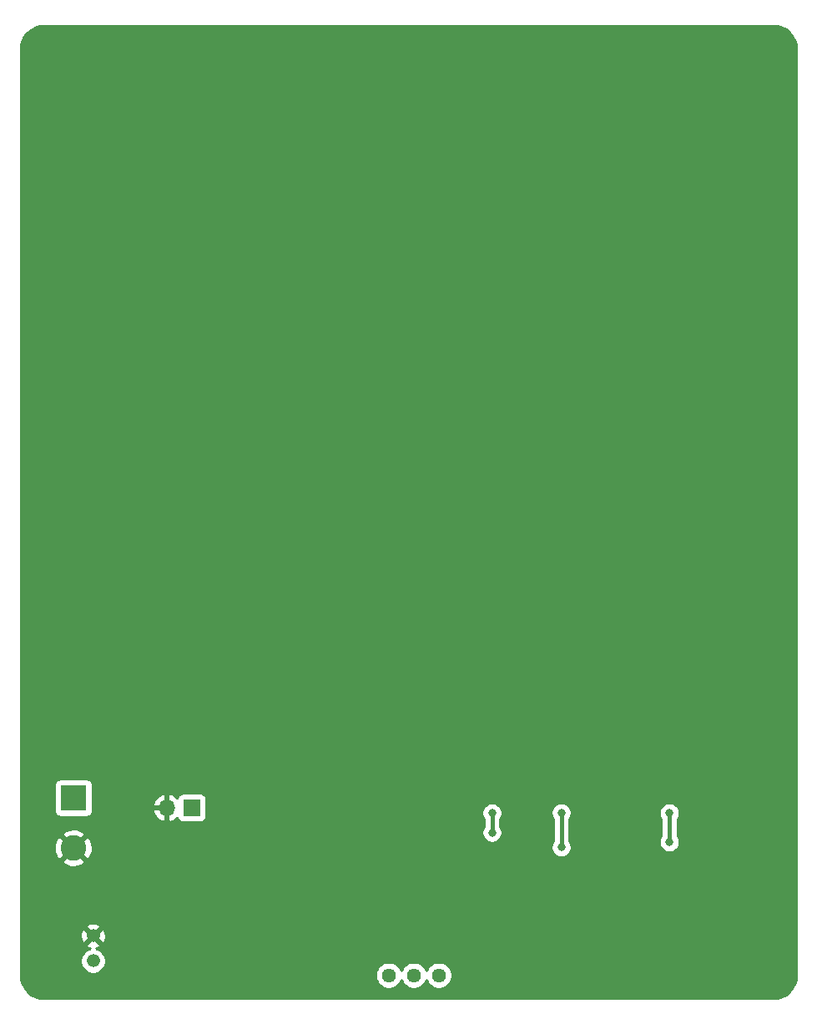
<source format=gbl>
G04 #@! TF.GenerationSoftware,KiCad,Pcbnew,(5.1.9)-1*
G04 #@! TF.CreationDate,2021-10-10T13:31:20+02:00*
G04 #@! TF.ProjectId,opamp_vu_meter,6f70616d-705f-4767-955f-6d657465722e,rev?*
G04 #@! TF.SameCoordinates,Original*
G04 #@! TF.FileFunction,Copper,L2,Bot*
G04 #@! TF.FilePolarity,Positive*
%FSLAX46Y46*%
G04 Gerber Fmt 4.6, Leading zero omitted, Abs format (unit mm)*
G04 Created by KiCad (PCBNEW (5.1.9)-1) date 2021-10-10 13:31:20*
%MOMM*%
%LPD*%
G01*
G04 APERTURE LIST*
G04 #@! TA.AperFunction,ComponentPad*
%ADD10C,1.333000*%
G04 #@! TD*
G04 #@! TA.AperFunction,ComponentPad*
%ADD11C,2.600000*%
G04 #@! TD*
G04 #@! TA.AperFunction,ComponentPad*
%ADD12R,2.600000X2.600000*%
G04 #@! TD*
G04 #@! TA.AperFunction,ComponentPad*
%ADD13R,1.700000X1.700000*%
G04 #@! TD*
G04 #@! TA.AperFunction,ComponentPad*
%ADD14O,1.700000X1.700000*%
G04 #@! TD*
G04 #@! TA.AperFunction,ComponentPad*
%ADD15C,1.440000*%
G04 #@! TD*
G04 #@! TA.AperFunction,ViaPad*
%ADD16C,0.800000*%
G04 #@! TD*
G04 #@! TA.AperFunction,Conductor*
%ADD17C,0.400000*%
G04 #@! TD*
G04 #@! TA.AperFunction,Conductor*
%ADD18C,0.254000*%
G04 #@! TD*
G04 #@! TA.AperFunction,Conductor*
%ADD19C,0.100000*%
G04 #@! TD*
G04 APERTURE END LIST*
D10*
G04 #@! TO.P,MK1,1*
G04 #@! TO.N,GND*
X111000000Y-132000000D03*
G04 #@! TO.P,MK1,2*
G04 #@! TO.N,Net-(C1-Pad1)*
X111000000Y-134540000D03*
G04 #@! TD*
D11*
G04 #@! TO.P,J1,2*
G04 #@! TO.N,GND*
X109000000Y-123080000D03*
D12*
G04 #@! TO.P,J1,1*
G04 #@! TO.N,VCC*
X109000000Y-118000000D03*
G04 #@! TD*
D13*
G04 #@! TO.P,J2,1*
G04 #@! TO.N,AudioLevel*
X121000000Y-119000000D03*
D14*
G04 #@! TO.P,J2,2*
G04 #@! TO.N,GND*
X118460000Y-119000000D03*
G04 #@! TD*
D15*
G04 #@! TO.P,RV1,1*
G04 #@! TO.N,Net-(RV1-Pad1)*
X141000000Y-136000000D03*
G04 #@! TO.P,RV1,2*
G04 #@! TO.N,VCC*
X143540000Y-136000000D03*
G04 #@! TO.P,RV1,3*
G04 #@! TO.N,Net-(R10-Pad1)*
X146080000Y-136000000D03*
G04 #@! TD*
D16*
G04 #@! TO.N,GND*
X164525000Y-129475000D03*
X155525000Y-129525000D03*
X173525000Y-129525000D03*
X135000000Y-125000000D03*
X130394990Y-132605010D03*
X120000000Y-137000000D03*
X149000000Y-133000000D03*
G04 #@! TO.N,VCC*
X158500000Y-123000000D03*
X169475000Y-122475000D03*
X151475000Y-121525000D03*
X151475000Y-119525000D03*
X158500000Y-119500000D03*
X169475000Y-119525000D03*
G04 #@! TD*
D17*
G04 #@! TO.N,VCC*
X151475000Y-121525000D02*
X151475000Y-119525000D01*
X151475000Y-119525000D02*
X151475000Y-119525000D01*
X158500000Y-123000000D02*
X158500000Y-119500000D01*
X158500000Y-119500000D02*
X158500000Y-119500000D01*
X169475000Y-122475000D02*
X169475000Y-119525000D01*
X169475000Y-119525000D02*
X169475000Y-119525000D01*
G04 #@! TD*
D18*
G04 #@! TO.N,GND*
X180453893Y-39707670D02*
X180890498Y-39839489D01*
X181293185Y-40053600D01*
X181646612Y-40341848D01*
X181937327Y-40693261D01*
X182154242Y-41094439D01*
X182289106Y-41530113D01*
X182340001Y-42014353D01*
X182340000Y-135967721D01*
X182292330Y-136453894D01*
X182160512Y-136890497D01*
X181946399Y-137293186D01*
X181658150Y-137646613D01*
X181306739Y-137937327D01*
X180905564Y-138154240D01*
X180469886Y-138289106D01*
X179985664Y-138340000D01*
X106032279Y-138340000D01*
X105546106Y-138292330D01*
X105109503Y-138160512D01*
X104706814Y-137946399D01*
X104353387Y-137658150D01*
X104062673Y-137306739D01*
X103845760Y-136905564D01*
X103710894Y-136469886D01*
X103660000Y-135985664D01*
X103660000Y-135866544D01*
X139645000Y-135866544D01*
X139645000Y-136133456D01*
X139697072Y-136395239D01*
X139799215Y-136641833D01*
X139947503Y-136863762D01*
X140136238Y-137052497D01*
X140358167Y-137200785D01*
X140604761Y-137302928D01*
X140866544Y-137355000D01*
X141133456Y-137355000D01*
X141395239Y-137302928D01*
X141641833Y-137200785D01*
X141863762Y-137052497D01*
X142052497Y-136863762D01*
X142200785Y-136641833D01*
X142270000Y-136474734D01*
X142339215Y-136641833D01*
X142487503Y-136863762D01*
X142676238Y-137052497D01*
X142898167Y-137200785D01*
X143144761Y-137302928D01*
X143406544Y-137355000D01*
X143673456Y-137355000D01*
X143935239Y-137302928D01*
X144181833Y-137200785D01*
X144403762Y-137052497D01*
X144592497Y-136863762D01*
X144740785Y-136641833D01*
X144810000Y-136474734D01*
X144879215Y-136641833D01*
X145027503Y-136863762D01*
X145216238Y-137052497D01*
X145438167Y-137200785D01*
X145684761Y-137302928D01*
X145946544Y-137355000D01*
X146213456Y-137355000D01*
X146475239Y-137302928D01*
X146721833Y-137200785D01*
X146943762Y-137052497D01*
X147132497Y-136863762D01*
X147280785Y-136641833D01*
X147382928Y-136395239D01*
X147435000Y-136133456D01*
X147435000Y-135866544D01*
X147382928Y-135604761D01*
X147280785Y-135358167D01*
X147132497Y-135136238D01*
X146943762Y-134947503D01*
X146721833Y-134799215D01*
X146475239Y-134697072D01*
X146213456Y-134645000D01*
X145946544Y-134645000D01*
X145684761Y-134697072D01*
X145438167Y-134799215D01*
X145216238Y-134947503D01*
X145027503Y-135136238D01*
X144879215Y-135358167D01*
X144810000Y-135525266D01*
X144740785Y-135358167D01*
X144592497Y-135136238D01*
X144403762Y-134947503D01*
X144181833Y-134799215D01*
X143935239Y-134697072D01*
X143673456Y-134645000D01*
X143406544Y-134645000D01*
X143144761Y-134697072D01*
X142898167Y-134799215D01*
X142676238Y-134947503D01*
X142487503Y-135136238D01*
X142339215Y-135358167D01*
X142270000Y-135525266D01*
X142200785Y-135358167D01*
X142052497Y-135136238D01*
X141863762Y-134947503D01*
X141641833Y-134799215D01*
X141395239Y-134697072D01*
X141133456Y-134645000D01*
X140866544Y-134645000D01*
X140604761Y-134697072D01*
X140358167Y-134799215D01*
X140136238Y-134947503D01*
X139947503Y-135136238D01*
X139799215Y-135358167D01*
X139697072Y-135604761D01*
X139645000Y-135866544D01*
X103660000Y-135866544D01*
X103660000Y-134411813D01*
X109698500Y-134411813D01*
X109698500Y-134668187D01*
X109748516Y-134919633D01*
X109846626Y-135156491D01*
X109989059Y-135369658D01*
X110170342Y-135550941D01*
X110383509Y-135693374D01*
X110620367Y-135791484D01*
X110871813Y-135841500D01*
X111128187Y-135841500D01*
X111379633Y-135791484D01*
X111616491Y-135693374D01*
X111829658Y-135550941D01*
X112010941Y-135369658D01*
X112153374Y-135156491D01*
X112251484Y-134919633D01*
X112301500Y-134668187D01*
X112301500Y-134411813D01*
X112251484Y-134160367D01*
X112153374Y-133923509D01*
X112010941Y-133710342D01*
X111829658Y-133529059D01*
X111616491Y-133386626D01*
X111379633Y-133288516D01*
X111293326Y-133271348D01*
X111329054Y-133265723D01*
X111569661Y-133177208D01*
X111662326Y-133127678D01*
X111717718Y-132897323D01*
X111000000Y-132179605D01*
X110282282Y-132897323D01*
X110337674Y-133127678D01*
X110570400Y-133235224D01*
X110714122Y-133269867D01*
X110620367Y-133288516D01*
X110383509Y-133386626D01*
X110170342Y-133529059D01*
X109989059Y-133710342D01*
X109846626Y-133923509D01*
X109748516Y-134160367D01*
X109698500Y-134411813D01*
X103660000Y-134411813D01*
X103660000Y-132075801D01*
X109694402Y-132075801D01*
X109734277Y-132329054D01*
X109822792Y-132569661D01*
X109872322Y-132662326D01*
X110102677Y-132717718D01*
X110820395Y-132000000D01*
X111179605Y-132000000D01*
X111897323Y-132717718D01*
X112127678Y-132662326D01*
X112235224Y-132429600D01*
X112295300Y-132180365D01*
X112305598Y-131924199D01*
X112265723Y-131670946D01*
X112177208Y-131430339D01*
X112127678Y-131337674D01*
X111897323Y-131282282D01*
X111179605Y-132000000D01*
X110820395Y-132000000D01*
X110102677Y-131282282D01*
X109872322Y-131337674D01*
X109764776Y-131570400D01*
X109704700Y-131819635D01*
X109694402Y-132075801D01*
X103660000Y-132075801D01*
X103660000Y-131102677D01*
X110282282Y-131102677D01*
X111000000Y-131820395D01*
X111717718Y-131102677D01*
X111662326Y-130872322D01*
X111429600Y-130764776D01*
X111180365Y-130704700D01*
X110924199Y-130694402D01*
X110670946Y-130734277D01*
X110430339Y-130822792D01*
X110337674Y-130872322D01*
X110282282Y-131102677D01*
X103660000Y-131102677D01*
X103660000Y-124429224D01*
X107830381Y-124429224D01*
X107962317Y-124724312D01*
X108303045Y-124895159D01*
X108670557Y-124996250D01*
X109050729Y-125023701D01*
X109428951Y-124976457D01*
X109790690Y-124856333D01*
X110037683Y-124724312D01*
X110169619Y-124429224D01*
X109000000Y-123259605D01*
X107830381Y-124429224D01*
X103660000Y-124429224D01*
X103660000Y-123130729D01*
X107056299Y-123130729D01*
X107103543Y-123508951D01*
X107223667Y-123870690D01*
X107355688Y-124117683D01*
X107650776Y-124249619D01*
X108820395Y-123080000D01*
X109179605Y-123080000D01*
X110349224Y-124249619D01*
X110644312Y-124117683D01*
X110815159Y-123776955D01*
X110916250Y-123409443D01*
X110943701Y-123029271D01*
X110896457Y-122651049D01*
X110776333Y-122289310D01*
X110644312Y-122042317D01*
X110349224Y-121910381D01*
X109179605Y-123080000D01*
X108820395Y-123080000D01*
X107650776Y-121910381D01*
X107355688Y-122042317D01*
X107184841Y-122383045D01*
X107083750Y-122750557D01*
X107056299Y-123130729D01*
X103660000Y-123130729D01*
X103660000Y-121730776D01*
X107830381Y-121730776D01*
X109000000Y-122900395D01*
X110169619Y-121730776D01*
X110037683Y-121435688D01*
X109696955Y-121264841D01*
X109329443Y-121163750D01*
X108949271Y-121136299D01*
X108571049Y-121183543D01*
X108209310Y-121303667D01*
X107962317Y-121435688D01*
X107830381Y-121730776D01*
X103660000Y-121730776D01*
X103660000Y-116700000D01*
X107061928Y-116700000D01*
X107061928Y-119300000D01*
X107074188Y-119424482D01*
X107110498Y-119544180D01*
X107169463Y-119654494D01*
X107248815Y-119751185D01*
X107345506Y-119830537D01*
X107455820Y-119889502D01*
X107575518Y-119925812D01*
X107700000Y-119938072D01*
X110300000Y-119938072D01*
X110424482Y-119925812D01*
X110544180Y-119889502D01*
X110654494Y-119830537D01*
X110751185Y-119751185D01*
X110830537Y-119654494D01*
X110889502Y-119544180D01*
X110925812Y-119424482D01*
X110932468Y-119356891D01*
X117018519Y-119356891D01*
X117115843Y-119631252D01*
X117264822Y-119881355D01*
X117459731Y-120097588D01*
X117693080Y-120271641D01*
X117955901Y-120396825D01*
X118103110Y-120441476D01*
X118333000Y-120320155D01*
X118333000Y-119127000D01*
X117139186Y-119127000D01*
X117018519Y-119356891D01*
X110932468Y-119356891D01*
X110938072Y-119300000D01*
X110938072Y-118643109D01*
X117018519Y-118643109D01*
X117139186Y-118873000D01*
X118333000Y-118873000D01*
X118333000Y-117679845D01*
X118587000Y-117679845D01*
X118587000Y-118873000D01*
X118607000Y-118873000D01*
X118607000Y-119127000D01*
X118587000Y-119127000D01*
X118587000Y-120320155D01*
X118816890Y-120441476D01*
X118964099Y-120396825D01*
X119226920Y-120271641D01*
X119460269Y-120097588D01*
X119536034Y-120013534D01*
X119560498Y-120094180D01*
X119619463Y-120204494D01*
X119698815Y-120301185D01*
X119795506Y-120380537D01*
X119905820Y-120439502D01*
X120025518Y-120475812D01*
X120150000Y-120488072D01*
X121850000Y-120488072D01*
X121974482Y-120475812D01*
X122094180Y-120439502D01*
X122204494Y-120380537D01*
X122301185Y-120301185D01*
X122380537Y-120204494D01*
X122439502Y-120094180D01*
X122475812Y-119974482D01*
X122488072Y-119850000D01*
X122488072Y-119423061D01*
X150440000Y-119423061D01*
X150440000Y-119626939D01*
X150479774Y-119826898D01*
X150557795Y-120015256D01*
X150640001Y-120138286D01*
X150640000Y-120911715D01*
X150557795Y-121034744D01*
X150479774Y-121223102D01*
X150440000Y-121423061D01*
X150440000Y-121626939D01*
X150479774Y-121826898D01*
X150557795Y-122015256D01*
X150671063Y-122184774D01*
X150815226Y-122328937D01*
X150984744Y-122442205D01*
X151173102Y-122520226D01*
X151373061Y-122560000D01*
X151576939Y-122560000D01*
X151776898Y-122520226D01*
X151965256Y-122442205D01*
X152134774Y-122328937D01*
X152278937Y-122184774D01*
X152392205Y-122015256D01*
X152470226Y-121826898D01*
X152510000Y-121626939D01*
X152510000Y-121423061D01*
X152470226Y-121223102D01*
X152392205Y-121034744D01*
X152310000Y-120911715D01*
X152310000Y-120138285D01*
X152392205Y-120015256D01*
X152470226Y-119826898D01*
X152510000Y-119626939D01*
X152510000Y-119423061D01*
X152505028Y-119398061D01*
X157465000Y-119398061D01*
X157465000Y-119601939D01*
X157504774Y-119801898D01*
X157582795Y-119990256D01*
X157665001Y-120113286D01*
X157665000Y-122386715D01*
X157582795Y-122509744D01*
X157504774Y-122698102D01*
X157465000Y-122898061D01*
X157465000Y-123101939D01*
X157504774Y-123301898D01*
X157582795Y-123490256D01*
X157696063Y-123659774D01*
X157840226Y-123803937D01*
X158009744Y-123917205D01*
X158198102Y-123995226D01*
X158398061Y-124035000D01*
X158601939Y-124035000D01*
X158801898Y-123995226D01*
X158990256Y-123917205D01*
X159159774Y-123803937D01*
X159303937Y-123659774D01*
X159417205Y-123490256D01*
X159495226Y-123301898D01*
X159535000Y-123101939D01*
X159535000Y-122898061D01*
X159495226Y-122698102D01*
X159417205Y-122509744D01*
X159335000Y-122386715D01*
X159335000Y-120113285D01*
X159417205Y-119990256D01*
X159495226Y-119801898D01*
X159535000Y-119601939D01*
X159535000Y-119423061D01*
X168440000Y-119423061D01*
X168440000Y-119626939D01*
X168479774Y-119826898D01*
X168557795Y-120015256D01*
X168640001Y-120138286D01*
X168640000Y-121861715D01*
X168557795Y-121984744D01*
X168479774Y-122173102D01*
X168440000Y-122373061D01*
X168440000Y-122576939D01*
X168479774Y-122776898D01*
X168557795Y-122965256D01*
X168671063Y-123134774D01*
X168815226Y-123278937D01*
X168984744Y-123392205D01*
X169173102Y-123470226D01*
X169373061Y-123510000D01*
X169576939Y-123510000D01*
X169776898Y-123470226D01*
X169965256Y-123392205D01*
X170134774Y-123278937D01*
X170278937Y-123134774D01*
X170392205Y-122965256D01*
X170470226Y-122776898D01*
X170510000Y-122576939D01*
X170510000Y-122373061D01*
X170470226Y-122173102D01*
X170392205Y-121984744D01*
X170310000Y-121861715D01*
X170310000Y-120138285D01*
X170392205Y-120015256D01*
X170470226Y-119826898D01*
X170510000Y-119626939D01*
X170510000Y-119423061D01*
X170470226Y-119223102D01*
X170392205Y-119034744D01*
X170278937Y-118865226D01*
X170134774Y-118721063D01*
X169965256Y-118607795D01*
X169776898Y-118529774D01*
X169576939Y-118490000D01*
X169373061Y-118490000D01*
X169173102Y-118529774D01*
X168984744Y-118607795D01*
X168815226Y-118721063D01*
X168671063Y-118865226D01*
X168557795Y-119034744D01*
X168479774Y-119223102D01*
X168440000Y-119423061D01*
X159535000Y-119423061D01*
X159535000Y-119398061D01*
X159495226Y-119198102D01*
X159417205Y-119009744D01*
X159303937Y-118840226D01*
X159159774Y-118696063D01*
X158990256Y-118582795D01*
X158801898Y-118504774D01*
X158601939Y-118465000D01*
X158398061Y-118465000D01*
X158198102Y-118504774D01*
X158009744Y-118582795D01*
X157840226Y-118696063D01*
X157696063Y-118840226D01*
X157582795Y-119009744D01*
X157504774Y-119198102D01*
X157465000Y-119398061D01*
X152505028Y-119398061D01*
X152470226Y-119223102D01*
X152392205Y-119034744D01*
X152278937Y-118865226D01*
X152134774Y-118721063D01*
X151965256Y-118607795D01*
X151776898Y-118529774D01*
X151576939Y-118490000D01*
X151373061Y-118490000D01*
X151173102Y-118529774D01*
X150984744Y-118607795D01*
X150815226Y-118721063D01*
X150671063Y-118865226D01*
X150557795Y-119034744D01*
X150479774Y-119223102D01*
X150440000Y-119423061D01*
X122488072Y-119423061D01*
X122488072Y-118150000D01*
X122475812Y-118025518D01*
X122439502Y-117905820D01*
X122380537Y-117795506D01*
X122301185Y-117698815D01*
X122204494Y-117619463D01*
X122094180Y-117560498D01*
X121974482Y-117524188D01*
X121850000Y-117511928D01*
X120150000Y-117511928D01*
X120025518Y-117524188D01*
X119905820Y-117560498D01*
X119795506Y-117619463D01*
X119698815Y-117698815D01*
X119619463Y-117795506D01*
X119560498Y-117905820D01*
X119536034Y-117986466D01*
X119460269Y-117902412D01*
X119226920Y-117728359D01*
X118964099Y-117603175D01*
X118816890Y-117558524D01*
X118587000Y-117679845D01*
X118333000Y-117679845D01*
X118103110Y-117558524D01*
X117955901Y-117603175D01*
X117693080Y-117728359D01*
X117459731Y-117902412D01*
X117264822Y-118118645D01*
X117115843Y-118368748D01*
X117018519Y-118643109D01*
X110938072Y-118643109D01*
X110938072Y-116700000D01*
X110925812Y-116575518D01*
X110889502Y-116455820D01*
X110830537Y-116345506D01*
X110751185Y-116248815D01*
X110654494Y-116169463D01*
X110544180Y-116110498D01*
X110424482Y-116074188D01*
X110300000Y-116061928D01*
X107700000Y-116061928D01*
X107575518Y-116074188D01*
X107455820Y-116110498D01*
X107345506Y-116169463D01*
X107248815Y-116248815D01*
X107169463Y-116345506D01*
X107110498Y-116455820D01*
X107074188Y-116575518D01*
X107061928Y-116700000D01*
X103660000Y-116700000D01*
X103660000Y-42032279D01*
X103707670Y-41546107D01*
X103839489Y-41109502D01*
X104053600Y-40706815D01*
X104341848Y-40353388D01*
X104693261Y-40062673D01*
X105094439Y-39845758D01*
X105530113Y-39710894D01*
X106014344Y-39660000D01*
X179967721Y-39660000D01*
X180453893Y-39707670D01*
G04 #@! TA.AperFunction,Conductor*
D19*
G36*
X180453893Y-39707670D02*
G01*
X180890498Y-39839489D01*
X181293185Y-40053600D01*
X181646612Y-40341848D01*
X181937327Y-40693261D01*
X182154242Y-41094439D01*
X182289106Y-41530113D01*
X182340001Y-42014353D01*
X182340000Y-135967721D01*
X182292330Y-136453894D01*
X182160512Y-136890497D01*
X181946399Y-137293186D01*
X181658150Y-137646613D01*
X181306739Y-137937327D01*
X180905564Y-138154240D01*
X180469886Y-138289106D01*
X179985664Y-138340000D01*
X106032279Y-138340000D01*
X105546106Y-138292330D01*
X105109503Y-138160512D01*
X104706814Y-137946399D01*
X104353387Y-137658150D01*
X104062673Y-137306739D01*
X103845760Y-136905564D01*
X103710894Y-136469886D01*
X103660000Y-135985664D01*
X103660000Y-135866544D01*
X139645000Y-135866544D01*
X139645000Y-136133456D01*
X139697072Y-136395239D01*
X139799215Y-136641833D01*
X139947503Y-136863762D01*
X140136238Y-137052497D01*
X140358167Y-137200785D01*
X140604761Y-137302928D01*
X140866544Y-137355000D01*
X141133456Y-137355000D01*
X141395239Y-137302928D01*
X141641833Y-137200785D01*
X141863762Y-137052497D01*
X142052497Y-136863762D01*
X142200785Y-136641833D01*
X142270000Y-136474734D01*
X142339215Y-136641833D01*
X142487503Y-136863762D01*
X142676238Y-137052497D01*
X142898167Y-137200785D01*
X143144761Y-137302928D01*
X143406544Y-137355000D01*
X143673456Y-137355000D01*
X143935239Y-137302928D01*
X144181833Y-137200785D01*
X144403762Y-137052497D01*
X144592497Y-136863762D01*
X144740785Y-136641833D01*
X144810000Y-136474734D01*
X144879215Y-136641833D01*
X145027503Y-136863762D01*
X145216238Y-137052497D01*
X145438167Y-137200785D01*
X145684761Y-137302928D01*
X145946544Y-137355000D01*
X146213456Y-137355000D01*
X146475239Y-137302928D01*
X146721833Y-137200785D01*
X146943762Y-137052497D01*
X147132497Y-136863762D01*
X147280785Y-136641833D01*
X147382928Y-136395239D01*
X147435000Y-136133456D01*
X147435000Y-135866544D01*
X147382928Y-135604761D01*
X147280785Y-135358167D01*
X147132497Y-135136238D01*
X146943762Y-134947503D01*
X146721833Y-134799215D01*
X146475239Y-134697072D01*
X146213456Y-134645000D01*
X145946544Y-134645000D01*
X145684761Y-134697072D01*
X145438167Y-134799215D01*
X145216238Y-134947503D01*
X145027503Y-135136238D01*
X144879215Y-135358167D01*
X144810000Y-135525266D01*
X144740785Y-135358167D01*
X144592497Y-135136238D01*
X144403762Y-134947503D01*
X144181833Y-134799215D01*
X143935239Y-134697072D01*
X143673456Y-134645000D01*
X143406544Y-134645000D01*
X143144761Y-134697072D01*
X142898167Y-134799215D01*
X142676238Y-134947503D01*
X142487503Y-135136238D01*
X142339215Y-135358167D01*
X142270000Y-135525266D01*
X142200785Y-135358167D01*
X142052497Y-135136238D01*
X141863762Y-134947503D01*
X141641833Y-134799215D01*
X141395239Y-134697072D01*
X141133456Y-134645000D01*
X140866544Y-134645000D01*
X140604761Y-134697072D01*
X140358167Y-134799215D01*
X140136238Y-134947503D01*
X139947503Y-135136238D01*
X139799215Y-135358167D01*
X139697072Y-135604761D01*
X139645000Y-135866544D01*
X103660000Y-135866544D01*
X103660000Y-134411813D01*
X109698500Y-134411813D01*
X109698500Y-134668187D01*
X109748516Y-134919633D01*
X109846626Y-135156491D01*
X109989059Y-135369658D01*
X110170342Y-135550941D01*
X110383509Y-135693374D01*
X110620367Y-135791484D01*
X110871813Y-135841500D01*
X111128187Y-135841500D01*
X111379633Y-135791484D01*
X111616491Y-135693374D01*
X111829658Y-135550941D01*
X112010941Y-135369658D01*
X112153374Y-135156491D01*
X112251484Y-134919633D01*
X112301500Y-134668187D01*
X112301500Y-134411813D01*
X112251484Y-134160367D01*
X112153374Y-133923509D01*
X112010941Y-133710342D01*
X111829658Y-133529059D01*
X111616491Y-133386626D01*
X111379633Y-133288516D01*
X111293326Y-133271348D01*
X111329054Y-133265723D01*
X111569661Y-133177208D01*
X111662326Y-133127678D01*
X111717718Y-132897323D01*
X111000000Y-132179605D01*
X110282282Y-132897323D01*
X110337674Y-133127678D01*
X110570400Y-133235224D01*
X110714122Y-133269867D01*
X110620367Y-133288516D01*
X110383509Y-133386626D01*
X110170342Y-133529059D01*
X109989059Y-133710342D01*
X109846626Y-133923509D01*
X109748516Y-134160367D01*
X109698500Y-134411813D01*
X103660000Y-134411813D01*
X103660000Y-132075801D01*
X109694402Y-132075801D01*
X109734277Y-132329054D01*
X109822792Y-132569661D01*
X109872322Y-132662326D01*
X110102677Y-132717718D01*
X110820395Y-132000000D01*
X111179605Y-132000000D01*
X111897323Y-132717718D01*
X112127678Y-132662326D01*
X112235224Y-132429600D01*
X112295300Y-132180365D01*
X112305598Y-131924199D01*
X112265723Y-131670946D01*
X112177208Y-131430339D01*
X112127678Y-131337674D01*
X111897323Y-131282282D01*
X111179605Y-132000000D01*
X110820395Y-132000000D01*
X110102677Y-131282282D01*
X109872322Y-131337674D01*
X109764776Y-131570400D01*
X109704700Y-131819635D01*
X109694402Y-132075801D01*
X103660000Y-132075801D01*
X103660000Y-131102677D01*
X110282282Y-131102677D01*
X111000000Y-131820395D01*
X111717718Y-131102677D01*
X111662326Y-130872322D01*
X111429600Y-130764776D01*
X111180365Y-130704700D01*
X110924199Y-130694402D01*
X110670946Y-130734277D01*
X110430339Y-130822792D01*
X110337674Y-130872322D01*
X110282282Y-131102677D01*
X103660000Y-131102677D01*
X103660000Y-124429224D01*
X107830381Y-124429224D01*
X107962317Y-124724312D01*
X108303045Y-124895159D01*
X108670557Y-124996250D01*
X109050729Y-125023701D01*
X109428951Y-124976457D01*
X109790690Y-124856333D01*
X110037683Y-124724312D01*
X110169619Y-124429224D01*
X109000000Y-123259605D01*
X107830381Y-124429224D01*
X103660000Y-124429224D01*
X103660000Y-123130729D01*
X107056299Y-123130729D01*
X107103543Y-123508951D01*
X107223667Y-123870690D01*
X107355688Y-124117683D01*
X107650776Y-124249619D01*
X108820395Y-123080000D01*
X109179605Y-123080000D01*
X110349224Y-124249619D01*
X110644312Y-124117683D01*
X110815159Y-123776955D01*
X110916250Y-123409443D01*
X110943701Y-123029271D01*
X110896457Y-122651049D01*
X110776333Y-122289310D01*
X110644312Y-122042317D01*
X110349224Y-121910381D01*
X109179605Y-123080000D01*
X108820395Y-123080000D01*
X107650776Y-121910381D01*
X107355688Y-122042317D01*
X107184841Y-122383045D01*
X107083750Y-122750557D01*
X107056299Y-123130729D01*
X103660000Y-123130729D01*
X103660000Y-121730776D01*
X107830381Y-121730776D01*
X109000000Y-122900395D01*
X110169619Y-121730776D01*
X110037683Y-121435688D01*
X109696955Y-121264841D01*
X109329443Y-121163750D01*
X108949271Y-121136299D01*
X108571049Y-121183543D01*
X108209310Y-121303667D01*
X107962317Y-121435688D01*
X107830381Y-121730776D01*
X103660000Y-121730776D01*
X103660000Y-116700000D01*
X107061928Y-116700000D01*
X107061928Y-119300000D01*
X107074188Y-119424482D01*
X107110498Y-119544180D01*
X107169463Y-119654494D01*
X107248815Y-119751185D01*
X107345506Y-119830537D01*
X107455820Y-119889502D01*
X107575518Y-119925812D01*
X107700000Y-119938072D01*
X110300000Y-119938072D01*
X110424482Y-119925812D01*
X110544180Y-119889502D01*
X110654494Y-119830537D01*
X110751185Y-119751185D01*
X110830537Y-119654494D01*
X110889502Y-119544180D01*
X110925812Y-119424482D01*
X110932468Y-119356891D01*
X117018519Y-119356891D01*
X117115843Y-119631252D01*
X117264822Y-119881355D01*
X117459731Y-120097588D01*
X117693080Y-120271641D01*
X117955901Y-120396825D01*
X118103110Y-120441476D01*
X118333000Y-120320155D01*
X118333000Y-119127000D01*
X117139186Y-119127000D01*
X117018519Y-119356891D01*
X110932468Y-119356891D01*
X110938072Y-119300000D01*
X110938072Y-118643109D01*
X117018519Y-118643109D01*
X117139186Y-118873000D01*
X118333000Y-118873000D01*
X118333000Y-117679845D01*
X118587000Y-117679845D01*
X118587000Y-118873000D01*
X118607000Y-118873000D01*
X118607000Y-119127000D01*
X118587000Y-119127000D01*
X118587000Y-120320155D01*
X118816890Y-120441476D01*
X118964099Y-120396825D01*
X119226920Y-120271641D01*
X119460269Y-120097588D01*
X119536034Y-120013534D01*
X119560498Y-120094180D01*
X119619463Y-120204494D01*
X119698815Y-120301185D01*
X119795506Y-120380537D01*
X119905820Y-120439502D01*
X120025518Y-120475812D01*
X120150000Y-120488072D01*
X121850000Y-120488072D01*
X121974482Y-120475812D01*
X122094180Y-120439502D01*
X122204494Y-120380537D01*
X122301185Y-120301185D01*
X122380537Y-120204494D01*
X122439502Y-120094180D01*
X122475812Y-119974482D01*
X122488072Y-119850000D01*
X122488072Y-119423061D01*
X150440000Y-119423061D01*
X150440000Y-119626939D01*
X150479774Y-119826898D01*
X150557795Y-120015256D01*
X150640001Y-120138286D01*
X150640000Y-120911715D01*
X150557795Y-121034744D01*
X150479774Y-121223102D01*
X150440000Y-121423061D01*
X150440000Y-121626939D01*
X150479774Y-121826898D01*
X150557795Y-122015256D01*
X150671063Y-122184774D01*
X150815226Y-122328937D01*
X150984744Y-122442205D01*
X151173102Y-122520226D01*
X151373061Y-122560000D01*
X151576939Y-122560000D01*
X151776898Y-122520226D01*
X151965256Y-122442205D01*
X152134774Y-122328937D01*
X152278937Y-122184774D01*
X152392205Y-122015256D01*
X152470226Y-121826898D01*
X152510000Y-121626939D01*
X152510000Y-121423061D01*
X152470226Y-121223102D01*
X152392205Y-121034744D01*
X152310000Y-120911715D01*
X152310000Y-120138285D01*
X152392205Y-120015256D01*
X152470226Y-119826898D01*
X152510000Y-119626939D01*
X152510000Y-119423061D01*
X152505028Y-119398061D01*
X157465000Y-119398061D01*
X157465000Y-119601939D01*
X157504774Y-119801898D01*
X157582795Y-119990256D01*
X157665001Y-120113286D01*
X157665000Y-122386715D01*
X157582795Y-122509744D01*
X157504774Y-122698102D01*
X157465000Y-122898061D01*
X157465000Y-123101939D01*
X157504774Y-123301898D01*
X157582795Y-123490256D01*
X157696063Y-123659774D01*
X157840226Y-123803937D01*
X158009744Y-123917205D01*
X158198102Y-123995226D01*
X158398061Y-124035000D01*
X158601939Y-124035000D01*
X158801898Y-123995226D01*
X158990256Y-123917205D01*
X159159774Y-123803937D01*
X159303937Y-123659774D01*
X159417205Y-123490256D01*
X159495226Y-123301898D01*
X159535000Y-123101939D01*
X159535000Y-122898061D01*
X159495226Y-122698102D01*
X159417205Y-122509744D01*
X159335000Y-122386715D01*
X159335000Y-120113285D01*
X159417205Y-119990256D01*
X159495226Y-119801898D01*
X159535000Y-119601939D01*
X159535000Y-119423061D01*
X168440000Y-119423061D01*
X168440000Y-119626939D01*
X168479774Y-119826898D01*
X168557795Y-120015256D01*
X168640001Y-120138286D01*
X168640000Y-121861715D01*
X168557795Y-121984744D01*
X168479774Y-122173102D01*
X168440000Y-122373061D01*
X168440000Y-122576939D01*
X168479774Y-122776898D01*
X168557795Y-122965256D01*
X168671063Y-123134774D01*
X168815226Y-123278937D01*
X168984744Y-123392205D01*
X169173102Y-123470226D01*
X169373061Y-123510000D01*
X169576939Y-123510000D01*
X169776898Y-123470226D01*
X169965256Y-123392205D01*
X170134774Y-123278937D01*
X170278937Y-123134774D01*
X170392205Y-122965256D01*
X170470226Y-122776898D01*
X170510000Y-122576939D01*
X170510000Y-122373061D01*
X170470226Y-122173102D01*
X170392205Y-121984744D01*
X170310000Y-121861715D01*
X170310000Y-120138285D01*
X170392205Y-120015256D01*
X170470226Y-119826898D01*
X170510000Y-119626939D01*
X170510000Y-119423061D01*
X170470226Y-119223102D01*
X170392205Y-119034744D01*
X170278937Y-118865226D01*
X170134774Y-118721063D01*
X169965256Y-118607795D01*
X169776898Y-118529774D01*
X169576939Y-118490000D01*
X169373061Y-118490000D01*
X169173102Y-118529774D01*
X168984744Y-118607795D01*
X168815226Y-118721063D01*
X168671063Y-118865226D01*
X168557795Y-119034744D01*
X168479774Y-119223102D01*
X168440000Y-119423061D01*
X159535000Y-119423061D01*
X159535000Y-119398061D01*
X159495226Y-119198102D01*
X159417205Y-119009744D01*
X159303937Y-118840226D01*
X159159774Y-118696063D01*
X158990256Y-118582795D01*
X158801898Y-118504774D01*
X158601939Y-118465000D01*
X158398061Y-118465000D01*
X158198102Y-118504774D01*
X158009744Y-118582795D01*
X157840226Y-118696063D01*
X157696063Y-118840226D01*
X157582795Y-119009744D01*
X157504774Y-119198102D01*
X157465000Y-119398061D01*
X152505028Y-119398061D01*
X152470226Y-119223102D01*
X152392205Y-119034744D01*
X152278937Y-118865226D01*
X152134774Y-118721063D01*
X151965256Y-118607795D01*
X151776898Y-118529774D01*
X151576939Y-118490000D01*
X151373061Y-118490000D01*
X151173102Y-118529774D01*
X150984744Y-118607795D01*
X150815226Y-118721063D01*
X150671063Y-118865226D01*
X150557795Y-119034744D01*
X150479774Y-119223102D01*
X150440000Y-119423061D01*
X122488072Y-119423061D01*
X122488072Y-118150000D01*
X122475812Y-118025518D01*
X122439502Y-117905820D01*
X122380537Y-117795506D01*
X122301185Y-117698815D01*
X122204494Y-117619463D01*
X122094180Y-117560498D01*
X121974482Y-117524188D01*
X121850000Y-117511928D01*
X120150000Y-117511928D01*
X120025518Y-117524188D01*
X119905820Y-117560498D01*
X119795506Y-117619463D01*
X119698815Y-117698815D01*
X119619463Y-117795506D01*
X119560498Y-117905820D01*
X119536034Y-117986466D01*
X119460269Y-117902412D01*
X119226920Y-117728359D01*
X118964099Y-117603175D01*
X118816890Y-117558524D01*
X118587000Y-117679845D01*
X118333000Y-117679845D01*
X118103110Y-117558524D01*
X117955901Y-117603175D01*
X117693080Y-117728359D01*
X117459731Y-117902412D01*
X117264822Y-118118645D01*
X117115843Y-118368748D01*
X117018519Y-118643109D01*
X110938072Y-118643109D01*
X110938072Y-116700000D01*
X110925812Y-116575518D01*
X110889502Y-116455820D01*
X110830537Y-116345506D01*
X110751185Y-116248815D01*
X110654494Y-116169463D01*
X110544180Y-116110498D01*
X110424482Y-116074188D01*
X110300000Y-116061928D01*
X107700000Y-116061928D01*
X107575518Y-116074188D01*
X107455820Y-116110498D01*
X107345506Y-116169463D01*
X107248815Y-116248815D01*
X107169463Y-116345506D01*
X107110498Y-116455820D01*
X107074188Y-116575518D01*
X107061928Y-116700000D01*
X103660000Y-116700000D01*
X103660000Y-42032279D01*
X103707670Y-41546107D01*
X103839489Y-41109502D01*
X104053600Y-40706815D01*
X104341848Y-40353388D01*
X104693261Y-40062673D01*
X105094439Y-39845758D01*
X105530113Y-39710894D01*
X106014344Y-39660000D01*
X179967721Y-39660000D01*
X180453893Y-39707670D01*
G37*
G04 #@! TD.AperFunction*
G04 #@! TD*
M02*

</source>
